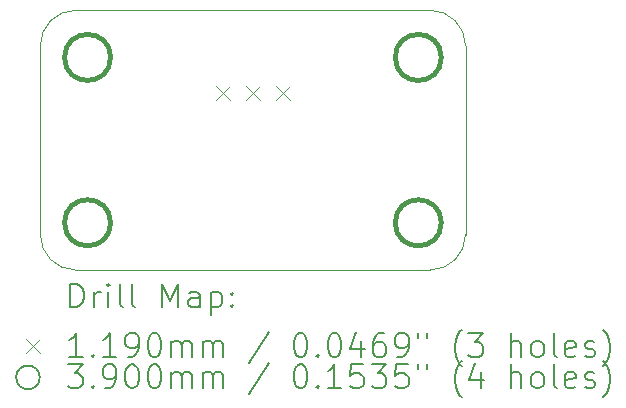
<source format=gbr>
%FSLAX45Y45*%
G04 Gerber Fmt 4.5, Leading zero omitted, Abs format (unit mm)*
G04 Created by KiCad (PCBNEW 6.0.2+dfsg-1) date 2022-12-16 18:51:56*
%MOMM*%
%LPD*%
G01*
G04 APERTURE LIST*
%TA.AperFunction,Profile*%
%ADD10C,0.100000*%
%TD*%
%ADD11C,0.200000*%
%ADD12C,0.119000*%
%ADD13C,0.390000*%
G04 APERTURE END LIST*
D10*
X16500000Y-8900000D02*
X13500000Y-8900000D01*
X16800000Y-10800000D02*
X16800000Y-9200000D01*
X13500000Y-11100000D02*
X16500000Y-11100000D01*
X13200000Y-9200000D02*
X13200000Y-10800000D01*
X13200000Y-10800000D02*
G75*
G03*
X13500000Y-11100000I300000J0D01*
G01*
X16500000Y-11100000D02*
G75*
G03*
X16800000Y-10800000I0J300000D01*
G01*
X16800000Y-9200000D02*
G75*
G03*
X16500000Y-8900000I-300000J0D01*
G01*
X13500000Y-8900000D02*
G75*
G03*
X13200000Y-9200000I0J-300000D01*
G01*
D11*
D12*
X14690500Y-9540500D02*
X14809500Y-9659500D01*
X14809500Y-9540500D02*
X14690500Y-9659500D01*
X14944500Y-9540500D02*
X15063500Y-9659500D01*
X15063500Y-9540500D02*
X14944500Y-9659500D01*
X15198500Y-9540500D02*
X15317500Y-9659500D01*
X15317500Y-9540500D02*
X15198500Y-9659500D01*
D13*
X13795000Y-9300000D02*
G75*
G03*
X13795000Y-9300000I-195000J0D01*
G01*
X13795000Y-10700000D02*
G75*
G03*
X13795000Y-10700000I-195000J0D01*
G01*
X16595000Y-9300000D02*
G75*
G03*
X16595000Y-9300000I-195000J0D01*
G01*
X16595000Y-10700000D02*
G75*
G03*
X16595000Y-10700000I-195000J0D01*
G01*
D11*
X13452619Y-11415476D02*
X13452619Y-11215476D01*
X13500238Y-11215476D01*
X13528809Y-11225000D01*
X13547857Y-11244048D01*
X13557381Y-11263095D01*
X13566905Y-11301190D01*
X13566905Y-11329762D01*
X13557381Y-11367857D01*
X13547857Y-11386905D01*
X13528809Y-11405952D01*
X13500238Y-11415476D01*
X13452619Y-11415476D01*
X13652619Y-11415476D02*
X13652619Y-11282143D01*
X13652619Y-11320238D02*
X13662143Y-11301190D01*
X13671667Y-11291667D01*
X13690714Y-11282143D01*
X13709762Y-11282143D01*
X13776428Y-11415476D02*
X13776428Y-11282143D01*
X13776428Y-11215476D02*
X13766905Y-11225000D01*
X13776428Y-11234524D01*
X13785952Y-11225000D01*
X13776428Y-11215476D01*
X13776428Y-11234524D01*
X13900238Y-11415476D02*
X13881190Y-11405952D01*
X13871667Y-11386905D01*
X13871667Y-11215476D01*
X14005000Y-11415476D02*
X13985952Y-11405952D01*
X13976428Y-11386905D01*
X13976428Y-11215476D01*
X14233571Y-11415476D02*
X14233571Y-11215476D01*
X14300238Y-11358333D01*
X14366905Y-11215476D01*
X14366905Y-11415476D01*
X14547857Y-11415476D02*
X14547857Y-11310714D01*
X14538333Y-11291667D01*
X14519286Y-11282143D01*
X14481190Y-11282143D01*
X14462143Y-11291667D01*
X14547857Y-11405952D02*
X14528809Y-11415476D01*
X14481190Y-11415476D01*
X14462143Y-11405952D01*
X14452619Y-11386905D01*
X14452619Y-11367857D01*
X14462143Y-11348809D01*
X14481190Y-11339286D01*
X14528809Y-11339286D01*
X14547857Y-11329762D01*
X14643095Y-11282143D02*
X14643095Y-11482143D01*
X14643095Y-11291667D02*
X14662143Y-11282143D01*
X14700238Y-11282143D01*
X14719286Y-11291667D01*
X14728809Y-11301190D01*
X14738333Y-11320238D01*
X14738333Y-11377381D01*
X14728809Y-11396428D01*
X14719286Y-11405952D01*
X14700238Y-11415476D01*
X14662143Y-11415476D01*
X14643095Y-11405952D01*
X14824048Y-11396428D02*
X14833571Y-11405952D01*
X14824048Y-11415476D01*
X14814524Y-11405952D01*
X14824048Y-11396428D01*
X14824048Y-11415476D01*
X14824048Y-11291667D02*
X14833571Y-11301190D01*
X14824048Y-11310714D01*
X14814524Y-11301190D01*
X14824048Y-11291667D01*
X14824048Y-11310714D01*
D12*
X13076000Y-11685500D02*
X13195000Y-11804500D01*
X13195000Y-11685500D02*
X13076000Y-11804500D01*
D11*
X13557381Y-11835476D02*
X13443095Y-11835476D01*
X13500238Y-11835476D02*
X13500238Y-11635476D01*
X13481190Y-11664048D01*
X13462143Y-11683095D01*
X13443095Y-11692619D01*
X13643095Y-11816428D02*
X13652619Y-11825952D01*
X13643095Y-11835476D01*
X13633571Y-11825952D01*
X13643095Y-11816428D01*
X13643095Y-11835476D01*
X13843095Y-11835476D02*
X13728809Y-11835476D01*
X13785952Y-11835476D02*
X13785952Y-11635476D01*
X13766905Y-11664048D01*
X13747857Y-11683095D01*
X13728809Y-11692619D01*
X13938333Y-11835476D02*
X13976428Y-11835476D01*
X13995476Y-11825952D01*
X14005000Y-11816428D01*
X14024048Y-11787857D01*
X14033571Y-11749762D01*
X14033571Y-11673571D01*
X14024048Y-11654524D01*
X14014524Y-11645000D01*
X13995476Y-11635476D01*
X13957381Y-11635476D01*
X13938333Y-11645000D01*
X13928809Y-11654524D01*
X13919286Y-11673571D01*
X13919286Y-11721190D01*
X13928809Y-11740238D01*
X13938333Y-11749762D01*
X13957381Y-11759286D01*
X13995476Y-11759286D01*
X14014524Y-11749762D01*
X14024048Y-11740238D01*
X14033571Y-11721190D01*
X14157381Y-11635476D02*
X14176428Y-11635476D01*
X14195476Y-11645000D01*
X14205000Y-11654524D01*
X14214524Y-11673571D01*
X14224048Y-11711667D01*
X14224048Y-11759286D01*
X14214524Y-11797381D01*
X14205000Y-11816428D01*
X14195476Y-11825952D01*
X14176428Y-11835476D01*
X14157381Y-11835476D01*
X14138333Y-11825952D01*
X14128809Y-11816428D01*
X14119286Y-11797381D01*
X14109762Y-11759286D01*
X14109762Y-11711667D01*
X14119286Y-11673571D01*
X14128809Y-11654524D01*
X14138333Y-11645000D01*
X14157381Y-11635476D01*
X14309762Y-11835476D02*
X14309762Y-11702143D01*
X14309762Y-11721190D02*
X14319286Y-11711667D01*
X14338333Y-11702143D01*
X14366905Y-11702143D01*
X14385952Y-11711667D01*
X14395476Y-11730714D01*
X14395476Y-11835476D01*
X14395476Y-11730714D02*
X14405000Y-11711667D01*
X14424048Y-11702143D01*
X14452619Y-11702143D01*
X14471667Y-11711667D01*
X14481190Y-11730714D01*
X14481190Y-11835476D01*
X14576428Y-11835476D02*
X14576428Y-11702143D01*
X14576428Y-11721190D02*
X14585952Y-11711667D01*
X14605000Y-11702143D01*
X14633571Y-11702143D01*
X14652619Y-11711667D01*
X14662143Y-11730714D01*
X14662143Y-11835476D01*
X14662143Y-11730714D02*
X14671667Y-11711667D01*
X14690714Y-11702143D01*
X14719286Y-11702143D01*
X14738333Y-11711667D01*
X14747857Y-11730714D01*
X14747857Y-11835476D01*
X15138333Y-11625952D02*
X14966905Y-11883095D01*
X15395476Y-11635476D02*
X15414524Y-11635476D01*
X15433571Y-11645000D01*
X15443095Y-11654524D01*
X15452619Y-11673571D01*
X15462143Y-11711667D01*
X15462143Y-11759286D01*
X15452619Y-11797381D01*
X15443095Y-11816428D01*
X15433571Y-11825952D01*
X15414524Y-11835476D01*
X15395476Y-11835476D01*
X15376428Y-11825952D01*
X15366905Y-11816428D01*
X15357381Y-11797381D01*
X15347857Y-11759286D01*
X15347857Y-11711667D01*
X15357381Y-11673571D01*
X15366905Y-11654524D01*
X15376428Y-11645000D01*
X15395476Y-11635476D01*
X15547857Y-11816428D02*
X15557381Y-11825952D01*
X15547857Y-11835476D01*
X15538333Y-11825952D01*
X15547857Y-11816428D01*
X15547857Y-11835476D01*
X15681190Y-11635476D02*
X15700238Y-11635476D01*
X15719286Y-11645000D01*
X15728809Y-11654524D01*
X15738333Y-11673571D01*
X15747857Y-11711667D01*
X15747857Y-11759286D01*
X15738333Y-11797381D01*
X15728809Y-11816428D01*
X15719286Y-11825952D01*
X15700238Y-11835476D01*
X15681190Y-11835476D01*
X15662143Y-11825952D01*
X15652619Y-11816428D01*
X15643095Y-11797381D01*
X15633571Y-11759286D01*
X15633571Y-11711667D01*
X15643095Y-11673571D01*
X15652619Y-11654524D01*
X15662143Y-11645000D01*
X15681190Y-11635476D01*
X15919286Y-11702143D02*
X15919286Y-11835476D01*
X15871667Y-11625952D02*
X15824048Y-11768809D01*
X15947857Y-11768809D01*
X16109762Y-11635476D02*
X16071667Y-11635476D01*
X16052619Y-11645000D01*
X16043095Y-11654524D01*
X16024048Y-11683095D01*
X16014524Y-11721190D01*
X16014524Y-11797381D01*
X16024048Y-11816428D01*
X16033571Y-11825952D01*
X16052619Y-11835476D01*
X16090714Y-11835476D01*
X16109762Y-11825952D01*
X16119286Y-11816428D01*
X16128809Y-11797381D01*
X16128809Y-11749762D01*
X16119286Y-11730714D01*
X16109762Y-11721190D01*
X16090714Y-11711667D01*
X16052619Y-11711667D01*
X16033571Y-11721190D01*
X16024048Y-11730714D01*
X16014524Y-11749762D01*
X16224048Y-11835476D02*
X16262143Y-11835476D01*
X16281190Y-11825952D01*
X16290714Y-11816428D01*
X16309762Y-11787857D01*
X16319286Y-11749762D01*
X16319286Y-11673571D01*
X16309762Y-11654524D01*
X16300238Y-11645000D01*
X16281190Y-11635476D01*
X16243095Y-11635476D01*
X16224048Y-11645000D01*
X16214524Y-11654524D01*
X16205000Y-11673571D01*
X16205000Y-11721190D01*
X16214524Y-11740238D01*
X16224048Y-11749762D01*
X16243095Y-11759286D01*
X16281190Y-11759286D01*
X16300238Y-11749762D01*
X16309762Y-11740238D01*
X16319286Y-11721190D01*
X16395476Y-11635476D02*
X16395476Y-11673571D01*
X16471667Y-11635476D02*
X16471667Y-11673571D01*
X16766905Y-11911667D02*
X16757381Y-11902143D01*
X16738333Y-11873571D01*
X16728809Y-11854524D01*
X16719286Y-11825952D01*
X16709762Y-11778333D01*
X16709762Y-11740238D01*
X16719286Y-11692619D01*
X16728809Y-11664048D01*
X16738333Y-11645000D01*
X16757381Y-11616428D01*
X16766905Y-11606905D01*
X16824048Y-11635476D02*
X16947857Y-11635476D01*
X16881190Y-11711667D01*
X16909762Y-11711667D01*
X16928810Y-11721190D01*
X16938333Y-11730714D01*
X16947857Y-11749762D01*
X16947857Y-11797381D01*
X16938333Y-11816428D01*
X16928810Y-11825952D01*
X16909762Y-11835476D01*
X16852619Y-11835476D01*
X16833571Y-11825952D01*
X16824048Y-11816428D01*
X17185952Y-11835476D02*
X17185952Y-11635476D01*
X17271667Y-11835476D02*
X17271667Y-11730714D01*
X17262143Y-11711667D01*
X17243095Y-11702143D01*
X17214524Y-11702143D01*
X17195476Y-11711667D01*
X17185952Y-11721190D01*
X17395476Y-11835476D02*
X17376429Y-11825952D01*
X17366905Y-11816428D01*
X17357381Y-11797381D01*
X17357381Y-11740238D01*
X17366905Y-11721190D01*
X17376429Y-11711667D01*
X17395476Y-11702143D01*
X17424048Y-11702143D01*
X17443095Y-11711667D01*
X17452619Y-11721190D01*
X17462143Y-11740238D01*
X17462143Y-11797381D01*
X17452619Y-11816428D01*
X17443095Y-11825952D01*
X17424048Y-11835476D01*
X17395476Y-11835476D01*
X17576429Y-11835476D02*
X17557381Y-11825952D01*
X17547857Y-11806905D01*
X17547857Y-11635476D01*
X17728810Y-11825952D02*
X17709762Y-11835476D01*
X17671667Y-11835476D01*
X17652619Y-11825952D01*
X17643095Y-11806905D01*
X17643095Y-11730714D01*
X17652619Y-11711667D01*
X17671667Y-11702143D01*
X17709762Y-11702143D01*
X17728810Y-11711667D01*
X17738333Y-11730714D01*
X17738333Y-11749762D01*
X17643095Y-11768809D01*
X17814524Y-11825952D02*
X17833571Y-11835476D01*
X17871667Y-11835476D01*
X17890714Y-11825952D01*
X17900238Y-11806905D01*
X17900238Y-11797381D01*
X17890714Y-11778333D01*
X17871667Y-11768809D01*
X17843095Y-11768809D01*
X17824048Y-11759286D01*
X17814524Y-11740238D01*
X17814524Y-11730714D01*
X17824048Y-11711667D01*
X17843095Y-11702143D01*
X17871667Y-11702143D01*
X17890714Y-11711667D01*
X17966905Y-11911667D02*
X17976429Y-11902143D01*
X17995476Y-11873571D01*
X18005000Y-11854524D01*
X18014524Y-11825952D01*
X18024048Y-11778333D01*
X18024048Y-11740238D01*
X18014524Y-11692619D01*
X18005000Y-11664048D01*
X17995476Y-11645000D01*
X17976429Y-11616428D01*
X17966905Y-11606905D01*
X13195000Y-12009000D02*
G75*
G03*
X13195000Y-12009000I-100000J0D01*
G01*
X13433571Y-11899476D02*
X13557381Y-11899476D01*
X13490714Y-11975667D01*
X13519286Y-11975667D01*
X13538333Y-11985190D01*
X13547857Y-11994714D01*
X13557381Y-12013762D01*
X13557381Y-12061381D01*
X13547857Y-12080428D01*
X13538333Y-12089952D01*
X13519286Y-12099476D01*
X13462143Y-12099476D01*
X13443095Y-12089952D01*
X13433571Y-12080428D01*
X13643095Y-12080428D02*
X13652619Y-12089952D01*
X13643095Y-12099476D01*
X13633571Y-12089952D01*
X13643095Y-12080428D01*
X13643095Y-12099476D01*
X13747857Y-12099476D02*
X13785952Y-12099476D01*
X13805000Y-12089952D01*
X13814524Y-12080428D01*
X13833571Y-12051857D01*
X13843095Y-12013762D01*
X13843095Y-11937571D01*
X13833571Y-11918524D01*
X13824048Y-11909000D01*
X13805000Y-11899476D01*
X13766905Y-11899476D01*
X13747857Y-11909000D01*
X13738333Y-11918524D01*
X13728809Y-11937571D01*
X13728809Y-11985190D01*
X13738333Y-12004238D01*
X13747857Y-12013762D01*
X13766905Y-12023286D01*
X13805000Y-12023286D01*
X13824048Y-12013762D01*
X13833571Y-12004238D01*
X13843095Y-11985190D01*
X13966905Y-11899476D02*
X13985952Y-11899476D01*
X14005000Y-11909000D01*
X14014524Y-11918524D01*
X14024048Y-11937571D01*
X14033571Y-11975667D01*
X14033571Y-12023286D01*
X14024048Y-12061381D01*
X14014524Y-12080428D01*
X14005000Y-12089952D01*
X13985952Y-12099476D01*
X13966905Y-12099476D01*
X13947857Y-12089952D01*
X13938333Y-12080428D01*
X13928809Y-12061381D01*
X13919286Y-12023286D01*
X13919286Y-11975667D01*
X13928809Y-11937571D01*
X13938333Y-11918524D01*
X13947857Y-11909000D01*
X13966905Y-11899476D01*
X14157381Y-11899476D02*
X14176428Y-11899476D01*
X14195476Y-11909000D01*
X14205000Y-11918524D01*
X14214524Y-11937571D01*
X14224048Y-11975667D01*
X14224048Y-12023286D01*
X14214524Y-12061381D01*
X14205000Y-12080428D01*
X14195476Y-12089952D01*
X14176428Y-12099476D01*
X14157381Y-12099476D01*
X14138333Y-12089952D01*
X14128809Y-12080428D01*
X14119286Y-12061381D01*
X14109762Y-12023286D01*
X14109762Y-11975667D01*
X14119286Y-11937571D01*
X14128809Y-11918524D01*
X14138333Y-11909000D01*
X14157381Y-11899476D01*
X14309762Y-12099476D02*
X14309762Y-11966143D01*
X14309762Y-11985190D02*
X14319286Y-11975667D01*
X14338333Y-11966143D01*
X14366905Y-11966143D01*
X14385952Y-11975667D01*
X14395476Y-11994714D01*
X14395476Y-12099476D01*
X14395476Y-11994714D02*
X14405000Y-11975667D01*
X14424048Y-11966143D01*
X14452619Y-11966143D01*
X14471667Y-11975667D01*
X14481190Y-11994714D01*
X14481190Y-12099476D01*
X14576428Y-12099476D02*
X14576428Y-11966143D01*
X14576428Y-11985190D02*
X14585952Y-11975667D01*
X14605000Y-11966143D01*
X14633571Y-11966143D01*
X14652619Y-11975667D01*
X14662143Y-11994714D01*
X14662143Y-12099476D01*
X14662143Y-11994714D02*
X14671667Y-11975667D01*
X14690714Y-11966143D01*
X14719286Y-11966143D01*
X14738333Y-11975667D01*
X14747857Y-11994714D01*
X14747857Y-12099476D01*
X15138333Y-11889952D02*
X14966905Y-12147095D01*
X15395476Y-11899476D02*
X15414524Y-11899476D01*
X15433571Y-11909000D01*
X15443095Y-11918524D01*
X15452619Y-11937571D01*
X15462143Y-11975667D01*
X15462143Y-12023286D01*
X15452619Y-12061381D01*
X15443095Y-12080428D01*
X15433571Y-12089952D01*
X15414524Y-12099476D01*
X15395476Y-12099476D01*
X15376428Y-12089952D01*
X15366905Y-12080428D01*
X15357381Y-12061381D01*
X15347857Y-12023286D01*
X15347857Y-11975667D01*
X15357381Y-11937571D01*
X15366905Y-11918524D01*
X15376428Y-11909000D01*
X15395476Y-11899476D01*
X15547857Y-12080428D02*
X15557381Y-12089952D01*
X15547857Y-12099476D01*
X15538333Y-12089952D01*
X15547857Y-12080428D01*
X15547857Y-12099476D01*
X15747857Y-12099476D02*
X15633571Y-12099476D01*
X15690714Y-12099476D02*
X15690714Y-11899476D01*
X15671667Y-11928048D01*
X15652619Y-11947095D01*
X15633571Y-11956619D01*
X15928809Y-11899476D02*
X15833571Y-11899476D01*
X15824048Y-11994714D01*
X15833571Y-11985190D01*
X15852619Y-11975667D01*
X15900238Y-11975667D01*
X15919286Y-11985190D01*
X15928809Y-11994714D01*
X15938333Y-12013762D01*
X15938333Y-12061381D01*
X15928809Y-12080428D01*
X15919286Y-12089952D01*
X15900238Y-12099476D01*
X15852619Y-12099476D01*
X15833571Y-12089952D01*
X15824048Y-12080428D01*
X16005000Y-11899476D02*
X16128809Y-11899476D01*
X16062143Y-11975667D01*
X16090714Y-11975667D01*
X16109762Y-11985190D01*
X16119286Y-11994714D01*
X16128809Y-12013762D01*
X16128809Y-12061381D01*
X16119286Y-12080428D01*
X16109762Y-12089952D01*
X16090714Y-12099476D01*
X16033571Y-12099476D01*
X16014524Y-12089952D01*
X16005000Y-12080428D01*
X16309762Y-11899476D02*
X16214524Y-11899476D01*
X16205000Y-11994714D01*
X16214524Y-11985190D01*
X16233571Y-11975667D01*
X16281190Y-11975667D01*
X16300238Y-11985190D01*
X16309762Y-11994714D01*
X16319286Y-12013762D01*
X16319286Y-12061381D01*
X16309762Y-12080428D01*
X16300238Y-12089952D01*
X16281190Y-12099476D01*
X16233571Y-12099476D01*
X16214524Y-12089952D01*
X16205000Y-12080428D01*
X16395476Y-11899476D02*
X16395476Y-11937571D01*
X16471667Y-11899476D02*
X16471667Y-11937571D01*
X16766905Y-12175667D02*
X16757381Y-12166143D01*
X16738333Y-12137571D01*
X16728809Y-12118524D01*
X16719286Y-12089952D01*
X16709762Y-12042333D01*
X16709762Y-12004238D01*
X16719286Y-11956619D01*
X16728809Y-11928048D01*
X16738333Y-11909000D01*
X16757381Y-11880428D01*
X16766905Y-11870905D01*
X16928810Y-11966143D02*
X16928810Y-12099476D01*
X16881190Y-11889952D02*
X16833571Y-12032809D01*
X16957381Y-12032809D01*
X17185952Y-12099476D02*
X17185952Y-11899476D01*
X17271667Y-12099476D02*
X17271667Y-11994714D01*
X17262143Y-11975667D01*
X17243095Y-11966143D01*
X17214524Y-11966143D01*
X17195476Y-11975667D01*
X17185952Y-11985190D01*
X17395476Y-12099476D02*
X17376429Y-12089952D01*
X17366905Y-12080428D01*
X17357381Y-12061381D01*
X17357381Y-12004238D01*
X17366905Y-11985190D01*
X17376429Y-11975667D01*
X17395476Y-11966143D01*
X17424048Y-11966143D01*
X17443095Y-11975667D01*
X17452619Y-11985190D01*
X17462143Y-12004238D01*
X17462143Y-12061381D01*
X17452619Y-12080428D01*
X17443095Y-12089952D01*
X17424048Y-12099476D01*
X17395476Y-12099476D01*
X17576429Y-12099476D02*
X17557381Y-12089952D01*
X17547857Y-12070905D01*
X17547857Y-11899476D01*
X17728810Y-12089952D02*
X17709762Y-12099476D01*
X17671667Y-12099476D01*
X17652619Y-12089952D01*
X17643095Y-12070905D01*
X17643095Y-11994714D01*
X17652619Y-11975667D01*
X17671667Y-11966143D01*
X17709762Y-11966143D01*
X17728810Y-11975667D01*
X17738333Y-11994714D01*
X17738333Y-12013762D01*
X17643095Y-12032809D01*
X17814524Y-12089952D02*
X17833571Y-12099476D01*
X17871667Y-12099476D01*
X17890714Y-12089952D01*
X17900238Y-12070905D01*
X17900238Y-12061381D01*
X17890714Y-12042333D01*
X17871667Y-12032809D01*
X17843095Y-12032809D01*
X17824048Y-12023286D01*
X17814524Y-12004238D01*
X17814524Y-11994714D01*
X17824048Y-11975667D01*
X17843095Y-11966143D01*
X17871667Y-11966143D01*
X17890714Y-11975667D01*
X17966905Y-12175667D02*
X17976429Y-12166143D01*
X17995476Y-12137571D01*
X18005000Y-12118524D01*
X18014524Y-12089952D01*
X18024048Y-12042333D01*
X18024048Y-12004238D01*
X18014524Y-11956619D01*
X18005000Y-11928048D01*
X17995476Y-11909000D01*
X17976429Y-11880428D01*
X17966905Y-11870905D01*
M02*

</source>
